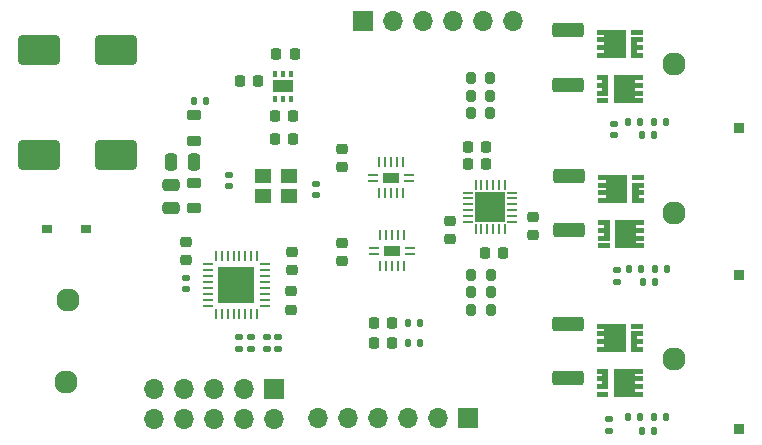
<source format=gts>
G04 #@! TF.GenerationSoftware,KiCad,Pcbnew,8.0.1*
G04 #@! TF.CreationDate,2024-05-05T00:07:08+03:00*
G04 #@! TF.ProjectId,esc,6573632e-6b69-4636-9164-5f7063625858,rev?*
G04 #@! TF.SameCoordinates,Original*
G04 #@! TF.FileFunction,Soldermask,Top*
G04 #@! TF.FilePolarity,Negative*
%FSLAX46Y46*%
G04 Gerber Fmt 4.6, Leading zero omitted, Abs format (unit mm)*
G04 Created by KiCad (PCBNEW 8.0.1) date 2024-05-05 00:07:08*
%MOMM*%
%LPD*%
G01*
G04 APERTURE LIST*
G04 Aperture macros list*
%AMRoundRect*
0 Rectangle with rounded corners*
0 $1 Rounding radius*
0 $2 $3 $4 $5 $6 $7 $8 $9 X,Y pos of 4 corners*
0 Add a 4 corners polygon primitive as box body*
4,1,4,$2,$3,$4,$5,$6,$7,$8,$9,$2,$3,0*
0 Add four circle primitives for the rounded corners*
1,1,$1+$1,$2,$3*
1,1,$1+$1,$4,$5*
1,1,$1+$1,$6,$7*
1,1,$1+$1,$8,$9*
0 Add four rect primitives between the rounded corners*
20,1,$1+$1,$2,$3,$4,$5,0*
20,1,$1+$1,$4,$5,$6,$7,0*
20,1,$1+$1,$6,$7,$8,$9,0*
20,1,$1+$1,$8,$9,$2,$3,0*%
G04 Aperture macros list end*
%ADD10C,0.010000*%
%ADD11R,0.900000X0.240000*%
%ADD12R,0.240000X0.900000*%
%ADD13R,1.400000X0.900000*%
%ADD14RoundRect,0.200000X-0.200000X-0.275000X0.200000X-0.275000X0.200000X0.275000X-0.200000X0.275000X0*%
%ADD15RoundRect,0.225000X-0.250000X0.225000X-0.250000X-0.225000X0.250000X-0.225000X0.250000X0.225000X0*%
%ADD16RoundRect,0.135000X0.185000X-0.135000X0.185000X0.135000X-0.185000X0.135000X-0.185000X-0.135000X0*%
%ADD17RoundRect,0.250000X-1.075000X0.362500X-1.075000X-0.362500X1.075000X-0.362500X1.075000X0.362500X0*%
%ADD18RoundRect,0.250000X-0.475000X0.250000X-0.475000X-0.250000X0.475000X-0.250000X0.475000X0.250000X0*%
%ADD19RoundRect,0.135000X0.135000X0.185000X-0.135000X0.185000X-0.135000X-0.185000X0.135000X-0.185000X0*%
%ADD20RoundRect,0.218750X-0.381250X0.218750X-0.381250X-0.218750X0.381250X-0.218750X0.381250X0.218750X0*%
%ADD21RoundRect,0.140000X-0.170000X0.140000X-0.170000X-0.140000X0.170000X-0.140000X0.170000X0.140000X0*%
%ADD22C,1.959000*%
%ADD23R,1.400000X1.200000*%
%ADD24RoundRect,0.135000X-0.135000X-0.185000X0.135000X-0.185000X0.135000X0.185000X-0.135000X0.185000X0*%
%ADD25RoundRect,0.250000X1.500000X1.000000X-1.500000X1.000000X-1.500000X-1.000000X1.500000X-1.000000X0*%
%ADD26R,1.700000X1.700000*%
%ADD27O,1.700000X1.700000*%
%ADD28RoundRect,0.250000X-0.250000X-0.475000X0.250000X-0.475000X0.250000X0.475000X-0.250000X0.475000X0*%
%ADD29RoundRect,0.225000X0.225000X0.250000X-0.225000X0.250000X-0.225000X-0.250000X0.225000X-0.250000X0*%
%ADD30RoundRect,0.225000X0.250000X-0.225000X0.250000X0.225000X-0.250000X0.225000X-0.250000X-0.225000X0*%
%ADD31RoundRect,0.225000X-0.225000X-0.250000X0.225000X-0.250000X0.225000X0.250000X-0.225000X0.250000X0*%
%ADD32R,0.850000X0.850000*%
%ADD33RoundRect,0.140000X0.170000X-0.140000X0.170000X0.140000X-0.170000X0.140000X-0.170000X-0.140000X0*%
%ADD34R,0.812800X0.660400*%
%ADD35RoundRect,0.218750X-0.218750X-0.256250X0.218750X-0.256250X0.218750X0.256250X-0.218750X0.256250X0*%
%ADD36RoundRect,0.062500X0.375000X0.062500X-0.375000X0.062500X-0.375000X-0.062500X0.375000X-0.062500X0*%
%ADD37RoundRect,0.062500X0.062500X0.375000X-0.062500X0.375000X-0.062500X-0.375000X0.062500X-0.375000X0*%
%ADD38R,3.100000X3.100000*%
%ADD39R,0.350000X0.600000*%
%ADD40R,1.700000X1.100000*%
%ADD41R,0.242473X0.809638*%
%ADD42R,0.809638X0.242473*%
%ADD43R,2.550000X2.550000*%
G04 APERTURE END LIST*
D10*
X96420000Y-53384325D02*
X95520000Y-53384325D01*
X95520000Y-53044325D01*
X96420000Y-53044325D01*
X96420000Y-53384325D01*
G36*
X96420000Y-53384325D02*
G01*
X95520000Y-53384325D01*
X95520000Y-53044325D01*
X96420000Y-53044325D01*
X96420000Y-53384325D01*
G37*
X96420000Y-52734325D02*
X95520000Y-52734325D01*
X95520000Y-52394325D01*
X95970000Y-52394325D01*
X95970000Y-52084325D01*
X95520000Y-52084325D01*
X95520000Y-51744325D01*
X95970000Y-51744325D01*
X95970000Y-51434325D01*
X95520000Y-51434325D01*
X95520000Y-51094325D01*
X96420000Y-51094325D01*
X96420000Y-52734325D01*
G36*
X96420000Y-52734325D02*
G01*
X95520000Y-52734325D01*
X95520000Y-52394325D01*
X95970000Y-52394325D01*
X95970000Y-52084325D01*
X95520000Y-52084325D01*
X95520000Y-51744325D01*
X95970000Y-51744325D01*
X95970000Y-51434325D01*
X95520000Y-51434325D01*
X95520000Y-51094325D01*
X96420000Y-51094325D01*
X96420000Y-52734325D01*
G37*
X99320000Y-51434325D02*
X98670000Y-51434325D01*
X98670000Y-51744325D01*
X99320000Y-51744325D01*
X99320000Y-52084325D01*
X98670000Y-52084325D01*
X98670000Y-52394325D01*
X99320000Y-52394325D01*
X99320000Y-52734325D01*
X98670000Y-52734325D01*
X98670000Y-53044325D01*
X99320000Y-53044325D01*
X99320000Y-53384325D01*
X96960000Y-53384325D01*
X96960000Y-51094325D01*
X99320000Y-51094325D01*
X99320000Y-51434325D01*
G36*
X99320000Y-51434325D02*
G01*
X98670000Y-51434325D01*
X98670000Y-51744325D01*
X99320000Y-51744325D01*
X99320000Y-52084325D01*
X98670000Y-52084325D01*
X98670000Y-52394325D01*
X99320000Y-52394325D01*
X99320000Y-52734325D01*
X98670000Y-52734325D01*
X98670000Y-53044325D01*
X99320000Y-53044325D01*
X99320000Y-53384325D01*
X96960000Y-53384325D01*
X96960000Y-51094325D01*
X99320000Y-51094325D01*
X99320000Y-51434325D01*
G37*
X96300000Y-41099325D02*
X95400000Y-41099325D01*
X95400000Y-40759325D01*
X96300000Y-40759325D01*
X96300000Y-41099325D01*
G36*
X96300000Y-41099325D02*
G01*
X95400000Y-41099325D01*
X95400000Y-40759325D01*
X96300000Y-40759325D01*
X96300000Y-41099325D01*
G37*
X96300000Y-40449325D02*
X95400000Y-40449325D01*
X95400000Y-40109325D01*
X95850000Y-40109325D01*
X95850000Y-39799325D01*
X95400000Y-39799325D01*
X95400000Y-39459325D01*
X95850000Y-39459325D01*
X95850000Y-39149325D01*
X95400000Y-39149325D01*
X95400000Y-38809325D01*
X96300000Y-38809325D01*
X96300000Y-40449325D01*
G36*
X96300000Y-40449325D02*
G01*
X95400000Y-40449325D01*
X95400000Y-40109325D01*
X95850000Y-40109325D01*
X95850000Y-39799325D01*
X95400000Y-39799325D01*
X95400000Y-39459325D01*
X95850000Y-39459325D01*
X95850000Y-39149325D01*
X95400000Y-39149325D01*
X95400000Y-38809325D01*
X96300000Y-38809325D01*
X96300000Y-40449325D01*
G37*
X99200000Y-39149325D02*
X98550000Y-39149325D01*
X98550000Y-39459325D01*
X99200000Y-39459325D01*
X99200000Y-39799325D01*
X98550000Y-39799325D01*
X98550000Y-40109325D01*
X99200000Y-40109325D01*
X99200000Y-40449325D01*
X98550000Y-40449325D01*
X98550000Y-40759325D01*
X99200000Y-40759325D01*
X99200000Y-41099325D01*
X96840000Y-41099325D01*
X96840000Y-38809325D01*
X99200000Y-38809325D01*
X99200000Y-39149325D01*
G36*
X99200000Y-39149325D02*
G01*
X98550000Y-39149325D01*
X98550000Y-39459325D01*
X99200000Y-39459325D01*
X99200000Y-39799325D01*
X98550000Y-39799325D01*
X98550000Y-40109325D01*
X99200000Y-40109325D01*
X99200000Y-40449325D01*
X98550000Y-40449325D01*
X98550000Y-40759325D01*
X99200000Y-40759325D01*
X99200000Y-41099325D01*
X96840000Y-41099325D01*
X96840000Y-38809325D01*
X99200000Y-38809325D01*
X99200000Y-39149325D01*
G37*
X99190000Y-35279325D02*
X98290000Y-35279325D01*
X98290000Y-34939325D01*
X99190000Y-34939325D01*
X99190000Y-35279325D01*
G36*
X99190000Y-35279325D02*
G01*
X98290000Y-35279325D01*
X98290000Y-34939325D01*
X99190000Y-34939325D01*
X99190000Y-35279325D01*
G37*
X99190000Y-35929325D02*
X98740000Y-35929325D01*
X98740000Y-36239325D01*
X99190000Y-36239325D01*
X99190000Y-36579325D01*
X98740000Y-36579325D01*
X98740000Y-36889325D01*
X99190000Y-36889325D01*
X99190000Y-37229325D01*
X98290000Y-37229325D01*
X98290000Y-35589325D01*
X99190000Y-35589325D01*
X99190000Y-35929325D01*
G36*
X99190000Y-35929325D02*
G01*
X98740000Y-35929325D01*
X98740000Y-36239325D01*
X99190000Y-36239325D01*
X99190000Y-36579325D01*
X98740000Y-36579325D01*
X98740000Y-36889325D01*
X99190000Y-36889325D01*
X99190000Y-37229325D01*
X98290000Y-37229325D01*
X98290000Y-35589325D01*
X99190000Y-35589325D01*
X99190000Y-35929325D01*
G37*
X97750000Y-37229325D02*
X95390000Y-37229325D01*
X95390000Y-36889325D01*
X96040000Y-36889325D01*
X96040000Y-36579325D01*
X95390000Y-36579325D01*
X95390000Y-36239325D01*
X96040000Y-36239325D01*
X96040000Y-35929325D01*
X95390000Y-35929325D01*
X95390000Y-35589325D01*
X96040000Y-35589325D01*
X96040000Y-35279325D01*
X95390000Y-35279325D01*
X95390000Y-34939325D01*
X97750000Y-34939325D01*
X97750000Y-37229325D01*
G36*
X97750000Y-37229325D02*
G01*
X95390000Y-37229325D01*
X95390000Y-36889325D01*
X96040000Y-36889325D01*
X96040000Y-36579325D01*
X95390000Y-36579325D01*
X95390000Y-36239325D01*
X96040000Y-36239325D01*
X96040000Y-35929325D01*
X95390000Y-35929325D01*
X95390000Y-35589325D01*
X96040000Y-35589325D01*
X96040000Y-35279325D01*
X95390000Y-35279325D01*
X95390000Y-34939325D01*
X97750000Y-34939325D01*
X97750000Y-37229325D01*
G37*
X96302220Y-65941899D02*
X95402220Y-65941899D01*
X95402220Y-65601899D01*
X96302220Y-65601899D01*
X96302220Y-65941899D01*
G36*
X96302220Y-65941899D02*
G01*
X95402220Y-65941899D01*
X95402220Y-65601899D01*
X96302220Y-65601899D01*
X96302220Y-65941899D01*
G37*
X96302220Y-65291899D02*
X95402220Y-65291899D01*
X95402220Y-64951899D01*
X95852220Y-64951899D01*
X95852220Y-64641899D01*
X95402220Y-64641899D01*
X95402220Y-64301899D01*
X95852220Y-64301899D01*
X95852220Y-63991899D01*
X95402220Y-63991899D01*
X95402220Y-63651899D01*
X96302220Y-63651899D01*
X96302220Y-65291899D01*
G36*
X96302220Y-65291899D02*
G01*
X95402220Y-65291899D01*
X95402220Y-64951899D01*
X95852220Y-64951899D01*
X95852220Y-64641899D01*
X95402220Y-64641899D01*
X95402220Y-64301899D01*
X95852220Y-64301899D01*
X95852220Y-63991899D01*
X95402220Y-63991899D01*
X95402220Y-63651899D01*
X96302220Y-63651899D01*
X96302220Y-65291899D01*
G37*
X99202220Y-63991899D02*
X98552220Y-63991899D01*
X98552220Y-64301899D01*
X99202220Y-64301899D01*
X99202220Y-64641899D01*
X98552220Y-64641899D01*
X98552220Y-64951899D01*
X99202220Y-64951899D01*
X99202220Y-65291899D01*
X98552220Y-65291899D01*
X98552220Y-65601899D01*
X99202220Y-65601899D01*
X99202220Y-65941899D01*
X96842220Y-65941899D01*
X96842220Y-63651899D01*
X99202220Y-63651899D01*
X99202220Y-63991899D01*
G36*
X99202220Y-63991899D02*
G01*
X98552220Y-63991899D01*
X98552220Y-64301899D01*
X99202220Y-64301899D01*
X99202220Y-64641899D01*
X98552220Y-64641899D01*
X98552220Y-64951899D01*
X99202220Y-64951899D01*
X99202220Y-65291899D01*
X98552220Y-65291899D01*
X98552220Y-65601899D01*
X99202220Y-65601899D01*
X99202220Y-65941899D01*
X96842220Y-65941899D01*
X96842220Y-63651899D01*
X99202220Y-63651899D01*
X99202220Y-63991899D01*
G37*
X99199720Y-60181899D02*
X98299720Y-60181899D01*
X98299720Y-59841899D01*
X99199720Y-59841899D01*
X99199720Y-60181899D01*
G36*
X99199720Y-60181899D02*
G01*
X98299720Y-60181899D01*
X98299720Y-59841899D01*
X99199720Y-59841899D01*
X99199720Y-60181899D01*
G37*
X99199720Y-60831899D02*
X98749720Y-60831899D01*
X98749720Y-61141899D01*
X99199720Y-61141899D01*
X99199720Y-61481899D01*
X98749720Y-61481899D01*
X98749720Y-61791899D01*
X99199720Y-61791899D01*
X99199720Y-62131899D01*
X98299720Y-62131899D01*
X98299720Y-60491899D01*
X99199720Y-60491899D01*
X99199720Y-60831899D01*
G36*
X99199720Y-60831899D02*
G01*
X98749720Y-60831899D01*
X98749720Y-61141899D01*
X99199720Y-61141899D01*
X99199720Y-61481899D01*
X98749720Y-61481899D01*
X98749720Y-61791899D01*
X99199720Y-61791899D01*
X99199720Y-62131899D01*
X98299720Y-62131899D01*
X98299720Y-60491899D01*
X99199720Y-60491899D01*
X99199720Y-60831899D01*
G37*
X97759720Y-62131899D02*
X95399720Y-62131899D01*
X95399720Y-61791899D01*
X96049720Y-61791899D01*
X96049720Y-61481899D01*
X95399720Y-61481899D01*
X95399720Y-61141899D01*
X96049720Y-61141899D01*
X96049720Y-60831899D01*
X95399720Y-60831899D01*
X95399720Y-60491899D01*
X96049720Y-60491899D01*
X96049720Y-60181899D01*
X95399720Y-60181899D01*
X95399720Y-59841899D01*
X97759720Y-59841899D01*
X97759720Y-62131899D01*
G36*
X97759720Y-62131899D02*
G01*
X95399720Y-62131899D01*
X95399720Y-61791899D01*
X96049720Y-61791899D01*
X96049720Y-61481899D01*
X95399720Y-61481899D01*
X95399720Y-61141899D01*
X96049720Y-61141899D01*
X96049720Y-60831899D01*
X95399720Y-60831899D01*
X95399720Y-60491899D01*
X96049720Y-60491899D01*
X96049720Y-60181899D01*
X95399720Y-60181899D01*
X95399720Y-59841899D01*
X97759720Y-59841899D01*
X97759720Y-62131899D01*
G37*
X99320000Y-47604325D02*
X98420000Y-47604325D01*
X98420000Y-47264325D01*
X99320000Y-47264325D01*
X99320000Y-47604325D01*
G36*
X99320000Y-47604325D02*
G01*
X98420000Y-47604325D01*
X98420000Y-47264325D01*
X99320000Y-47264325D01*
X99320000Y-47604325D01*
G37*
X99320000Y-48254325D02*
X98870000Y-48254325D01*
X98870000Y-48564325D01*
X99320000Y-48564325D01*
X99320000Y-48904325D01*
X98870000Y-48904325D01*
X98870000Y-49214325D01*
X99320000Y-49214325D01*
X99320000Y-49554325D01*
X98420000Y-49554325D01*
X98420000Y-47914325D01*
X99320000Y-47914325D01*
X99320000Y-48254325D01*
G36*
X99320000Y-48254325D02*
G01*
X98870000Y-48254325D01*
X98870000Y-48564325D01*
X99320000Y-48564325D01*
X99320000Y-48904325D01*
X98870000Y-48904325D01*
X98870000Y-49214325D01*
X99320000Y-49214325D01*
X99320000Y-49554325D01*
X98420000Y-49554325D01*
X98420000Y-47914325D01*
X99320000Y-47914325D01*
X99320000Y-48254325D01*
G37*
X97880000Y-49554325D02*
X95520000Y-49554325D01*
X95520000Y-49214325D01*
X96170000Y-49214325D01*
X96170000Y-48904325D01*
X95520000Y-48904325D01*
X95520000Y-48564325D01*
X96170000Y-48564325D01*
X96170000Y-48254325D01*
X95520000Y-48254325D01*
X95520000Y-47914325D01*
X96170000Y-47914325D01*
X96170000Y-47604325D01*
X95520000Y-47604325D01*
X95520000Y-47264325D01*
X97880000Y-47264325D01*
X97880000Y-49554325D01*
G36*
X97880000Y-49554325D02*
G01*
X95520000Y-49554325D01*
X95520000Y-49214325D01*
X96170000Y-49214325D01*
X96170000Y-48904325D01*
X95520000Y-48904325D01*
X95520000Y-48564325D01*
X96170000Y-48564325D01*
X96170000Y-48254325D01*
X95520000Y-48254325D01*
X95520000Y-47914325D01*
X96170000Y-47914325D01*
X96170000Y-47604325D01*
X95520000Y-47604325D01*
X95520000Y-47264325D01*
X97880000Y-47264325D01*
X97880000Y-49554325D01*
G37*
D11*
X76430000Y-47730000D03*
D12*
X76980000Y-48780000D03*
X77480000Y-48780000D03*
X77980000Y-48780000D03*
X78480000Y-48780000D03*
X78980000Y-48780000D03*
D11*
X79530000Y-47730000D03*
X79530000Y-47230000D03*
D12*
X78980000Y-46180000D03*
X78480000Y-46180000D03*
X77980000Y-46180000D03*
X77480000Y-46180000D03*
X76980000Y-46180000D03*
D11*
X76430000Y-47230000D03*
D13*
X77980000Y-47480000D03*
D14*
X84746671Y-42016246D03*
X86396671Y-42016246D03*
D15*
X60585000Y-52917500D03*
X60585000Y-54467500D03*
D16*
X66095000Y-62017500D03*
X66095000Y-60997500D03*
D17*
X92960000Y-35015000D03*
X92960000Y-39640000D03*
D18*
X59360000Y-48110000D03*
X59360000Y-50010000D03*
D19*
X100345000Y-56325000D03*
X99325000Y-56325000D03*
D20*
X61280000Y-42220000D03*
X61280000Y-44345000D03*
D19*
X100250000Y-43900000D03*
X99230000Y-43900000D03*
D21*
X64300000Y-47249998D03*
X64300000Y-48209998D03*
D15*
X82984171Y-51168746D03*
X82984171Y-52718746D03*
D17*
X92960000Y-59855000D03*
X92960000Y-64480000D03*
D22*
X101900000Y-50500000D03*
D23*
X67100000Y-49050000D03*
X69300000Y-49050000D03*
X69300000Y-47350000D03*
X67100000Y-47350000D03*
D22*
X50500000Y-64750000D03*
D14*
X84746671Y-40546246D03*
X86396671Y-40546246D03*
D24*
X61280000Y-41000000D03*
X62300000Y-41000000D03*
D25*
X54660000Y-36640000D03*
X48160000Y-36640000D03*
D19*
X101270000Y-42775000D03*
X100250000Y-42775000D03*
D11*
X76500000Y-53925000D03*
D12*
X77050000Y-54975000D03*
X77550000Y-54975000D03*
X78050000Y-54975000D03*
X78550000Y-54975000D03*
X79050000Y-54975000D03*
D11*
X79600000Y-53925000D03*
X79600000Y-53425000D03*
D12*
X79050000Y-52375000D03*
X78550000Y-52375000D03*
X78050000Y-52375000D03*
X77550000Y-52375000D03*
X77050000Y-52375000D03*
D11*
X76500000Y-53425000D03*
D13*
X78050000Y-53675000D03*
D20*
X61280000Y-47960000D03*
X61280000Y-50085000D03*
D19*
X99170000Y-55200000D03*
X98150000Y-55200000D03*
D21*
X97150000Y-55340000D03*
X97150000Y-56300000D03*
D22*
X101900000Y-62800000D03*
D26*
X84460000Y-67850000D03*
D27*
X81920000Y-67850000D03*
X79380000Y-67850000D03*
X76840000Y-67850000D03*
X74300000Y-67850000D03*
X71760000Y-67850000D03*
D19*
X100245000Y-68900000D03*
X99225000Y-68900000D03*
D28*
X59370000Y-46130000D03*
X61270000Y-46130000D03*
D25*
X54700000Y-45600000D03*
X48200000Y-45600000D03*
D21*
X96900000Y-42940000D03*
X96900000Y-43900000D03*
X96400000Y-67940000D03*
X96400000Y-68900000D03*
D29*
X69670000Y-44190000D03*
X68120000Y-44190000D03*
D22*
X101900000Y-37900000D03*
D30*
X69550000Y-58665000D03*
X69550000Y-57115000D03*
D31*
X85911671Y-53876246D03*
X87461671Y-53876246D03*
D32*
X107420000Y-43310000D03*
D16*
X68395000Y-62027500D03*
X68395000Y-61007500D03*
D32*
X107400000Y-55710000D03*
D17*
X93070000Y-47309325D03*
X93070000Y-51934325D03*
D16*
X67455000Y-62022500D03*
X67455000Y-61002500D03*
D19*
X101270000Y-67775000D03*
X100250000Y-67775000D03*
D22*
X50650000Y-57870000D03*
D31*
X84499171Y-46326246D03*
X86049171Y-46326246D03*
D19*
X99050000Y-67775000D03*
X98030000Y-67775000D03*
D26*
X68065000Y-65385000D03*
D27*
X68065000Y-67925000D03*
X65525000Y-65385000D03*
X65525000Y-67925000D03*
X62985000Y-65385000D03*
X62985000Y-67925000D03*
X60445000Y-65385000D03*
X60445000Y-67925000D03*
X57905000Y-65385000D03*
X57905000Y-67925000D03*
D14*
X84754171Y-58666246D03*
X86404171Y-58666246D03*
D29*
X69670000Y-42285000D03*
X68120000Y-42285000D03*
D30*
X90000000Y-52340000D03*
X90000000Y-50790000D03*
D33*
X71600002Y-48965000D03*
X71600002Y-48005000D03*
D15*
X73810000Y-45020000D03*
X73810000Y-46570000D03*
D32*
X107420000Y-68790000D03*
D19*
X80420000Y-61450000D03*
X79400000Y-61450000D03*
D34*
X52190000Y-51840000D03*
X48888000Y-51840000D03*
D30*
X73800000Y-54575000D03*
X73800000Y-53025000D03*
D15*
X69555000Y-53757500D03*
X69555000Y-55307500D03*
D19*
X99045000Y-42775000D03*
X98025000Y-42775000D03*
D35*
X76500000Y-59750000D03*
X78075000Y-59750000D03*
D29*
X86046671Y-44866246D03*
X84496671Y-44866246D03*
X69830000Y-37005000D03*
X68280000Y-37005000D03*
D14*
X84746671Y-39066246D03*
X86396671Y-39066246D03*
X84754171Y-55736246D03*
X86404171Y-55736246D03*
D36*
X67332500Y-58330000D03*
X67332500Y-57830000D03*
X67332500Y-57330000D03*
X67332500Y-56830000D03*
X67332500Y-56330000D03*
X67332500Y-55830000D03*
X67332500Y-55330000D03*
X67332500Y-54830000D03*
D37*
X66645000Y-54142500D03*
X66145000Y-54142500D03*
X65645000Y-54142500D03*
X65145000Y-54142500D03*
X64645000Y-54142500D03*
X64145000Y-54142500D03*
X63645000Y-54142500D03*
X63145000Y-54142500D03*
D36*
X62457500Y-54830000D03*
X62457500Y-55330000D03*
X62457500Y-55830000D03*
X62457500Y-56330000D03*
X62457500Y-56830000D03*
X62457500Y-57330000D03*
X62457500Y-57830000D03*
X62457500Y-58330000D03*
D37*
X63145000Y-59017500D03*
X63645000Y-59017500D03*
X64145000Y-59017500D03*
X64645000Y-59017500D03*
X65145000Y-59017500D03*
X65645000Y-59017500D03*
X66145000Y-59017500D03*
X66645000Y-59017500D03*
D38*
X64895000Y-56580000D03*
D14*
X84764171Y-57196246D03*
X86414171Y-57196246D03*
D35*
X76500000Y-61450000D03*
X78075000Y-61450000D03*
D16*
X65150000Y-62015000D03*
X65150000Y-60995000D03*
D19*
X101370000Y-55200000D03*
X100350000Y-55200000D03*
D39*
X68175000Y-40800000D03*
X68825000Y-40800000D03*
X69475000Y-40800000D03*
X69475000Y-38700000D03*
X68825000Y-38700000D03*
X68175000Y-38700000D03*
D40*
X68825000Y-39750000D03*
D33*
X60605000Y-56902500D03*
X60605000Y-55942500D03*
D31*
X65170000Y-39265000D03*
X66720000Y-39265000D03*
D19*
X80470000Y-59750000D03*
X79450000Y-59750000D03*
D26*
X75610000Y-34180000D03*
D27*
X78150000Y-34180000D03*
X80690000Y-34180000D03*
X83230000Y-34180000D03*
X85770000Y-34180000D03*
X88310000Y-34180000D03*
D41*
X87640001Y-48111246D03*
X87140002Y-48111246D03*
X86640001Y-48111246D03*
X86140001Y-48111246D03*
X85640000Y-48111246D03*
X85140001Y-48111246D03*
D42*
X84538754Y-48741246D03*
X84538754Y-49241245D03*
X84538754Y-49741246D03*
X84538754Y-50241246D03*
X84538754Y-50741247D03*
X84538754Y-51241246D03*
D41*
X85140000Y-51871246D03*
X85639999Y-51871246D03*
X86140000Y-51871246D03*
X86640000Y-51871246D03*
X87140001Y-51871246D03*
X87640000Y-51871246D03*
D42*
X88241246Y-51241246D03*
X88241246Y-50741247D03*
X88241246Y-50241246D03*
X88241246Y-49741246D03*
X88241246Y-49241245D03*
X88241246Y-48741246D03*
D43*
X86390000Y-49991246D03*
M02*

</source>
